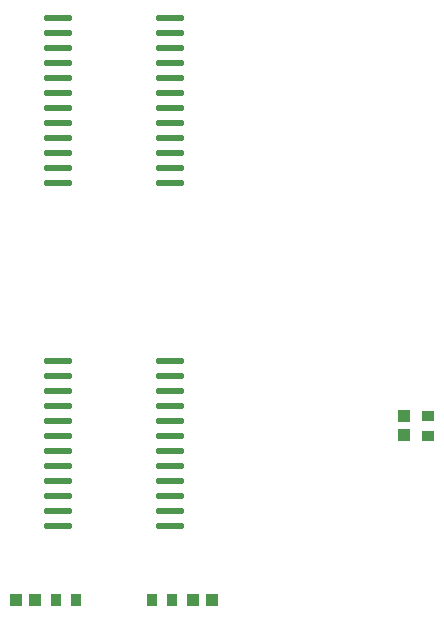
<source format=gtp>
G04 Layer: TopPasteMaskLayer*
G04 Panelize: , Column: 2, Row: 2, Board Size: 58.42mm x 58.42mm, Panelized Board Size: 118.84mm x 118.84mm*
G04 EasyEDA v6.5.34, 2023-09-05 23:37:52*
G04 71e8e7d8462e44579d9289b60e05a131,5a6b42c53f6a479593ecc07194224c93,10*
G04 Gerber Generator version 0.2*
G04 Scale: 100 percent, Rotated: No, Reflected: No *
G04 Dimensions in millimeters *
G04 leading zeros omitted , absolute positions ,4 integer and 5 decimal *
%FSLAX45Y45*%
%MOMM*%

%ADD10R,0.8999X1.0000*%
%ADD11R,1.1000X1.0000*%
%ADD12R,1.0000X0.8999*%
%ADD13O,2.3880064X0.5739892*%
%ADD14R,1.0000X1.1000*%

%LPD*%
D10*
G01*
X2599613Y139700D03*
G01*
X2429611Y139700D03*
G01*
X3242386Y139700D03*
G01*
X3412388Y139700D03*
D11*
G01*
X5372100Y1692910D03*
G01*
X5372100Y1532915D03*
D12*
G01*
X5575300Y1697913D03*
G01*
X5575300Y1527911D03*
D13*
G01*
X2446629Y2159000D03*
G01*
X2446629Y2032000D03*
G01*
X2446629Y1905000D03*
G01*
X2446629Y1778000D03*
G01*
X2446629Y1651000D03*
G01*
X2446629Y1524000D03*
G01*
X2446629Y1397000D03*
G01*
X2446629Y1270000D03*
G01*
X2446629Y1143000D03*
G01*
X2446629Y1016000D03*
G01*
X2446629Y889000D03*
G01*
X2446629Y762000D03*
G01*
X3395421Y2159000D03*
G01*
X3395421Y2032000D03*
G01*
X3395421Y1905000D03*
G01*
X3395421Y1778000D03*
G01*
X3395421Y1651000D03*
G01*
X3395421Y1524000D03*
G01*
X3395421Y1397000D03*
G01*
X3395421Y1270000D03*
G01*
X3395421Y1143000D03*
G01*
X3395421Y1016000D03*
G01*
X3395421Y889000D03*
G01*
X3395421Y762000D03*
G01*
X2446604Y5067300D03*
G01*
X2446604Y4940300D03*
G01*
X2446604Y4813300D03*
G01*
X2446604Y4686300D03*
G01*
X2446604Y4559300D03*
G01*
X2446604Y4432300D03*
G01*
X2446604Y4305300D03*
G01*
X2446604Y4178300D03*
G01*
X2446604Y4051300D03*
G01*
X2446604Y3924300D03*
G01*
X2446604Y3797300D03*
G01*
X2446604Y3670300D03*
G01*
X3395395Y5067300D03*
G01*
X3395395Y4940300D03*
G01*
X3395395Y4813300D03*
G01*
X3395395Y4686300D03*
G01*
X3395395Y4559300D03*
G01*
X3395395Y4432300D03*
G01*
X3395395Y4305300D03*
G01*
X3395395Y4178300D03*
G01*
X3395395Y4051300D03*
G01*
X3395395Y3924300D03*
G01*
X3395395Y3797300D03*
G01*
X3395395Y3670300D03*
D14*
G01*
X2251709Y139700D03*
G01*
X2091715Y139700D03*
G01*
X3590290Y139700D03*
G01*
X3750284Y139700D03*
M02*

</source>
